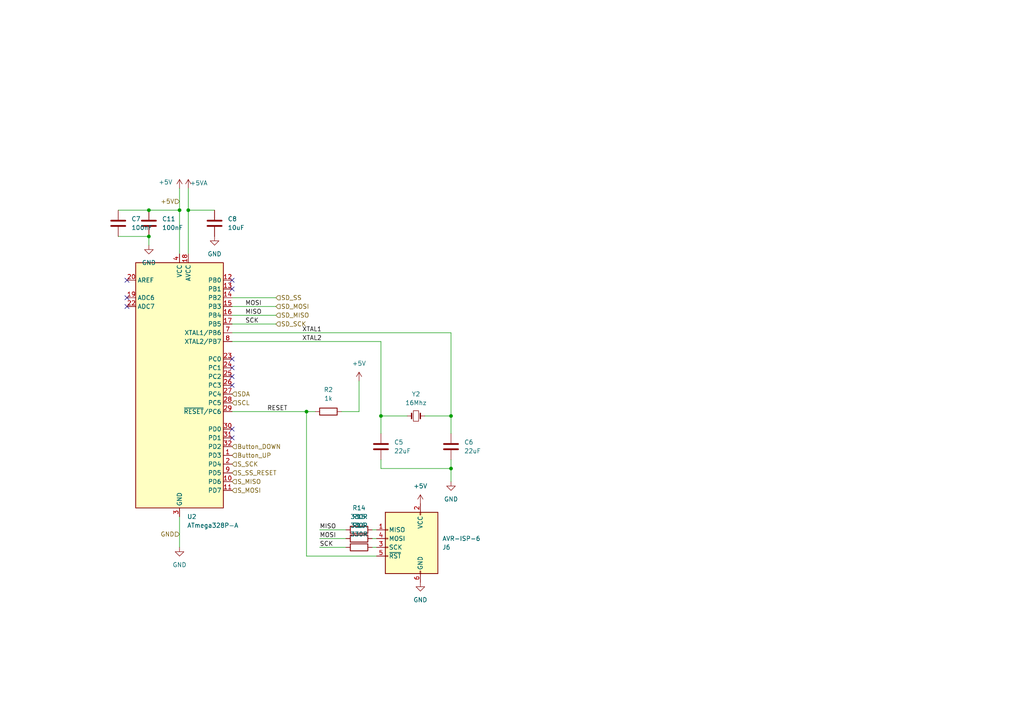
<source format=kicad_sch>
(kicad_sch (version 20231120) (generator "eeschema") (generator_version "8.0")
  (paper "A4")
  (lib_symbols
    (symbol "Connector:AVR-ISP-6" (pin_names (offset 1.016))
      (property "Reference" "J" (at -6.35 11.43 0))
      (property "Value" "AVR-ISP-6" (at 0 11.43 0))
      (symbol "AVR-ISP-6_0_1"
        (rectangle (start -2.667 -6.858) (end -2.413 -7.62))
        (rectangle (start -2.667 10.16) (end -2.413 9.398))
        (rectangle (start 7.62 -2.413) (end 6.858 -2.667))
        (rectangle (start 7.62 0.127) (end 6.858 -0.127))
        (rectangle (start 7.62 2.667) (end 6.858 2.413))
        (rectangle (start 7.62 5.207) (end 6.858 4.953))
        (rectangle (start 7.62 10.16) (end -7.62 -7.62) (stroke (width 0.254)) (fill (type background)))
      )
      (symbol "AVR-ISP-6_1_1"
        (pin passive line (at 10.16 5.08 180) (length 2.54) (name "MISO") (number "1"))
        (pin passive line (at -2.54 12.7 270) (length 2.54) (name "VCC") (number "2"))
        (pin passive line (at 10.16 0 180) (length 2.54) (name "SCK") (number "3"))
        (pin passive line (at 10.16 2.54 180) (length 2.54) (name "MOSI") (number "4"))
        (pin passive line (at 10.16 -2.54 180) (length 2.54) (name "~{RST}") (number "5"))
        (pin passive line (at -2.54 -10.16 90) (length 2.54) (name "GND") (number "6"))
      )
    )
    (symbol "Device:C" (pin_numbers hide) (pin_names (offset 0.254))
      (property "Reference" "C" (at 0.635 2.54 0))
      (property "Value" "C" (at 0.635 -2.54 0))
      (symbol "C_0_1"
        (polyline (pts (xy -2.032 -0.762) (xy 2.032 -0.762)) (stroke (width 0.508)))
        (polyline (pts (xy -2.032 0.762) (xy 2.032 0.762)) (stroke (width 0.508)))
      )
      (symbol "C_1_1"
        (pin passive line (at 0 3.81 270) (length 2.794) (name "~") (number "1"))
        (pin passive line (at 0 -3.81 90) (length 2.794) (name "~") (number "2"))
      )
    )
    (symbol "Device:Crystal_Small" (pin_numbers hide) (pin_names (offset 1.016) hide)
      (property "Reference" "Y" (at 0 2.54 0))
      (property "Value" "Crystal_Small" (at 0 -2.54 0))
      (symbol "Crystal_Small_0_1"
        (rectangle (start -0.762 -1.524) (end 0.762 1.524))
        (polyline (pts (xy -1.27 -0.762) (xy -1.27 0.762)) (stroke (width 0.381)))
        (polyline (pts (xy 1.27 -0.762) (xy 1.27 0.762)) (stroke (width 0.381)))
      )
      (symbol "Crystal_Small_1_1"
        (pin passive line (at -2.54 0 0) (length 1.27) (name "1") (number "1"))
        (pin passive line (at 2.54 0 180) (length 1.27) (name "2") (number "2"))
      )
    )
    (symbol "Device:R" (pin_numbers hide) (pin_names (offset 0))
      (property "Reference" "R" (at 2.032 0 90))
      (property "Value" "R" (at 0 0 90))
      (symbol "R_0_1"
        (rectangle (start -1.016 -2.54) (end 1.016 2.54) (stroke (width 0.254)))
      )
      (symbol "R_1_1"
        (pin passive line (at 0 3.81 270) (length 1.27) (name "~") (number "1"))
        (pin passive line (at 0 -3.81 90) (length 1.27) (name "~") (number "2"))
      )
    )
    (symbol "MCU_Microchip_ATmega:ATmega328P-A"
      (property "Reference" "U" (at -12.7 36.83 0))
      (property "Value" "ATmega328P-A" (at 2.54 -36.83 0))
      (symbol "ATmega328P-A_0_1"
        (rectangle (start -12.7 -35.56) (end 12.7 35.56) (stroke (width 0.254)) (fill (type background)))
      )
      (symbol "ATmega328P-A_1_1"
        (pin bidirectional line (at 15.24 -20.32 180) (length 2.54) (name "PD3") (number "1"))
        (pin bidirectional line (at 15.24 -27.94 180) (length 2.54) (name "PD6") (number "10"))
        (pin bidirectional line (at 15.24 -30.48 180) (length 2.54) (name "PD7") (number "11"))
        (pin bidirectional line (at 15.24 30.48 180) (length 2.54) (name "PB0") (number "12"))
        (pin bidirectional line (at 15.24 27.94 180) (length 2.54) (name "PB1") (number "13"))
        (pin bidirectional line (at 15.24 25.4 180) (length 2.54) (name "PB2") (number "14"))
        (pin bidirectional line (at 15.24 22.86 180) (length 2.54) (name "PB3") (number "15"))
        (pin bidirectional line (at 15.24 20.32 180) (length 2.54) (name "PB4") (number "16"))
        (pin bidirectional line (at 15.24 17.78 180) (length 2.54) (name "PB5") (number "17"))
        (pin power_in line (at 2.54 38.1 270) (length 2.54) (name "AVCC") (number "18"))
        (pin input line (at -15.24 25.4 0) (length 2.54) (name "ADC6") (number "19"))
        (pin bidirectional line (at 15.24 -22.86 180) (length 2.54) (name "PD4") (number "2"))
        (pin passive line (at -15.24 30.48 0) (length 2.54) (name "AREF") (number "20"))
        (pin passive line (at 0 -38.1 90) (length 2.54) hide (name "GND") (number "21"))
        (pin input line (at -15.24 22.86 0) (length 2.54) (name "ADC7") (number "22"))
        (pin bidirectional line (at 15.24 7.62 180) (length 2.54) (name "PC0") (number "23"))
        (pin bidirectional line (at 15.24 5.08 180) (length 2.54) (name "PC1") (number "24"))
        (pin bidirectional line (at 15.24 2.54 180) (length 2.54) (name "PC2") (number "25"))
        (pin bidirectional line (at 15.24 0 180) (length 2.54) (name "PC3") (number "26"))
        (pin bidirectional line (at 15.24 -2.54 180) (length 2.54) (name "PC4") (number "27"))
        (pin bidirectional line (at 15.24 -5.08 180) (length 2.54) (name "PC5") (number "28"))
        (pin bidirectional line (at 15.24 -7.62 180) (length 2.54) (name "~{RESET}/PC6") (number "29"))
        (pin power_in line (at 0 -38.1 90) (length 2.54) (name "GND") (number "3"))
        (pin bidirectional line (at 15.24 -12.7 180) (length 2.54) (name "PD0") (number "30"))
        (pin bidirectional line (at 15.24 -15.24 180) (length 2.54) (name "PD1") (number "31"))
        (pin bidirectional line (at 15.24 -17.78 180) (length 2.54) (name "PD2") (number "32"))
        (pin power_in line (at 0 38.1 270) (length 2.54) (name "VCC") (number "4"))
        (pin passive line (at 0 -38.1 90) (length 2.54) hide (name "GND") (number "5"))
        (pin passive line (at 0 38.1 270) (length 2.54) hide (name "VCC") (number "6"))
        (pin bidirectional line (at 15.24 15.24 180) (length 2.54) (name "XTAL1/PB6") (number "7"))
        (pin bidirectional line (at 15.24 12.7 180) (length 2.54) (name "XTAL2/PB7") (number "8"))
        (pin bidirectional line (at 15.24 -25.4 180) (length 2.54) (name "PD5") (number "9"))
      )
    )
    (symbol "power:+5V" (power) (pin_names (offset 0))
      (property "Value" "+5V" (at 0 3.556 0))
      (symbol "+5V_0_1"
        (polyline (pts (xy -0.762 1.27) (xy 0 2.54)))
        (polyline (pts (xy 0 0) (xy 0 2.54)))
        (polyline (pts (xy 0 2.54) (xy 0.762 1.27)))
      )
      (symbol "+5V_1_1"
        (pin power_in line (at 0 0 90) (length 0) hide (name "+5V") (number "1"))
      )
    )
    (symbol "power:+5VA" (power) (pin_names (offset 0))
      (property "Value" "+5VA" (at 0 3.556 0))
      (symbol "+5VA_0_1"
        (polyline (pts (xy -0.762 1.27) (xy 0 2.54)))
        (polyline (pts (xy 0 0) (xy 0 2.54)))
        (polyline (pts (xy 0 2.54) (xy 0.762 1.27)))
      )
      (symbol "+5VA_1_1"
        (pin power_in line (at 0 0 90) (length 0) hide (name "+5VA") (number "1"))
      )
    )
    (symbol "power:GND" (power) (pin_names (offset 0))
      (property "Value" "GND" (at 0 -3.81 0))
      (symbol "GND_0_1"
        (polyline (pts (xy 0 0) (xy 0 -1.27) (xy 1.27 -1.27) (xy 0 -2.54) (xy -1.27 -1.27) (xy 0 -1.27)))
      )
      (symbol "GND_1_1"
        (pin power_in line (at 0 0 270) (length 0) hide (name "GND") (number "1"))
      )
    )
  )
  (junction (at 52.07 60.96))
  (junction (at 110.49 120.65))
  (junction (at 130.81 120.65))
  (junction (at 54.61 60.96))
  (junction (at 43.18 60.96))
  (junction (at 43.18 68.58))
  (junction (at 130.81 135.89))
  (junction (at 88.9 119.38))
  (no_connect (at 36.83 88.9))
  (no_connect (at 67.31 83.82))
  (no_connect (at 36.83 86.36))
  (no_connect (at 67.31 106.68))
  (no_connect (at 67.31 81.28))
  (no_connect (at 36.83 81.28))
  (no_connect (at 67.31 109.22))
  (no_connect (at 67.31 111.76))
  (no_connect (at 67.31 104.14))
  (no_connect (at 67.31 124.46))
  (no_connect (at 67.31 127))
  (wire (pts (xy 67.31 99.06) (xy 110.49 99.06)))
  (wire (pts (xy 107.95 158.75) (xy 109.22 158.75)))
  (wire (pts (xy 80.01 86.36) (xy 67.31 86.36)))
  (wire (pts (xy 104.14 110.49) (xy 104.14 119.38)))
  (wire (pts (xy 92.71 156.21) (xy 100.33 156.21)))
  (wire (pts (xy 88.9 119.38) (xy 88.9 161.29)))
  (wire (pts (xy 52.07 60.96) (xy 52.07 73.66)))
  (wire (pts (xy 67.31 119.38) (xy 88.9 119.38)))
  (wire (pts (xy 80.01 93.98) (xy 67.31 93.98)))
  (wire (pts (xy 43.18 60.96) (xy 52.07 60.96)))
  (wire (pts (xy 107.95 153.67) (xy 109.22 153.67)))
  (wire (pts (xy 67.31 96.52) (xy 130.81 96.52)))
  (wire (pts (xy 92.71 153.67) (xy 100.33 153.67)))
  (wire (pts (xy 92.71 158.75) (xy 100.33 158.75)))
  (wire (pts (xy 54.61 60.96) (xy 62.23 60.96)))
  (wire (pts (xy 107.95 156.21) (xy 109.22 156.21)))
  (wire (pts (xy 34.29 60.96) (xy 43.18 60.96)))
  (wire (pts (xy 130.81 133.35) (xy 130.81 135.89)))
  (wire (pts (xy 130.81 96.52) (xy 130.81 120.65)))
  (wire (pts (xy 52.07 149.86) (xy 52.07 158.75)))
  (wire (pts (xy 54.61 60.96) (xy 54.61 73.66)))
  (wire (pts (xy 54.61 54.61) (xy 54.61 60.96)))
  (wire (pts (xy 110.49 120.65) (xy 110.49 125.73)))
  (wire (pts (xy 34.29 68.58) (xy 43.18 68.58)))
  (wire (pts (xy 80.01 88.9) (xy 67.31 88.9)))
  (wire (pts (xy 110.49 99.06) (xy 110.49 120.65)))
  (wire (pts (xy 110.49 133.35) (xy 110.49 135.89)))
  (wire (pts (xy 110.49 135.89) (xy 130.81 135.89)))
  (wire (pts (xy 130.81 135.89) (xy 130.81 139.7)))
  (wire (pts (xy 109.22 161.29) (xy 88.9 161.29)))
  (wire (pts (xy 80.01 91.44) (xy 67.31 91.44)))
  (wire (pts (xy 104.14 119.38) (xy 99.06 119.38)))
  (wire (pts (xy 43.18 71.12) (xy 43.18 68.58)))
  (wire (pts (xy 130.81 120.65) (xy 130.81 125.73)))
  (wire (pts (xy 110.49 120.65) (xy 118.11 120.65)))
  (wire (pts (xy 52.07 54.61) (xy 52.07 60.96)))
  (wire (pts (xy 88.9 119.38) (xy 91.44 119.38)))
  (wire (pts (xy 123.19 120.65) (xy 130.81 120.65)))
  (label "SCK" (at 71.12 93.98 0))
  (label "MOSI" (at 92.71 156.21 0))
  (label "SCK" (at 92.71 158.75 0))
  (label "MISO" (at 92.71 153.67 0))
  (label "XTAL1" (at 87.63 96.52 0))
  (label "MOSI" (at 71.12 88.9 0))
  (label "RESET" (at 77.47 119.38 0))
  (label "XTAL2" (at 87.63 99.06 0))
  (label "MISO" (at 71.12 91.44 0))
  (hierarchical_label "Button_UP" (shape input) (at 67.31 132.08 0))
  (hierarchical_label "S_MOSI" (shape input) (at 67.31 142.24 0))
  (hierarchical_label "SCL" (shape input) (at 67.31 116.84 0))
  (hierarchical_label "SDA" (shape input) (at 67.31 114.3 0))
  (hierarchical_label "S_SS_RESET" (shape input) (at 67.31 137.16 0))
  (hierarchical_label "SD_SCK" (shape input) (at 80.01 93.98 0))
  (hierarchical_label "SD_MOSI" (shape input) (at 80.01 88.9 0))
  (hierarchical_label "SD_MISO" (shape input) (at 80.01 91.44 0))
  (hierarchical_label "SD_SS" (shape input) (at 80.01 86.36 0))
  (hierarchical_label "S_SCK" (shape input) (at 67.31 134.62 0))
  (hierarchical_label "S_MISO" (shape input) (at 67.31 139.7 0))
  (hierarchical_label "Button_DOWN" (shape input) (at 67.31 129.54 0))
  (hierarchical_label "+5V" (shape input) (at 52.07 58.42 180))
  (hierarchical_label "GND" (shape input) (at 52.07 154.94 180))
  (symbol (lib_id "Device:R") (at 104.14 158.75 90) (unit 1)
    (property "Reference" "R16" (at 104.14 152.4 90))
    (property "Value" "330R" (at 104.14 154.94 90))
    (property "Footprint" "Resistor_SMD:R_0603_1608Metric" (effects (hide yes)))
    (property "Description" "Resistor" (effects (hide yes)))
  )
  (symbol (lib_id "Device:R") (at 95.25 119.38 90) (unit 1)
    (property "Reference" "R2" (at 95.25 113.03 90))
    (property "Value" "1k" (at 95.25 115.57 90))
    (property "Footprint" "Resistor_SMD:R_0603_1608Metric" (effects (hide yes)))
    (property "Description" "Resistor" (effects (hide yes)))
  )
  (symbol (lib_id "Device:C") (at 34.29 64.77 0) (unit 1)
    (property "Reference" "C7" (at 38.1 63.4999 0) (effects (justify left)))
    (property "Value" "100nF" (at 38.1 66.0399 0) (effects (justify left)))
    (property "Footprint" "Capacitor_SMD:C_0603_1608Metric" (effects (hide yes)))
    (property "Description" "Unpolarized capacitor" (effects (hide yes)))
  )
  (symbol (lib_id "Device:R") (at 104.14 156.21 90) (unit 1)
    (property "Reference" "R15" (at 104.14 149.86 90))
    (property "Value" "330R" (at 104.14 152.4 90))
    (property "Footprint" "Resistor_SMD:R_0603_1608Metric" (effects (hide yes)))
    (property "Description" "Resistor" (effects (hide yes)))
  )
  (symbol (lib_id "Device:C") (at 43.18 64.77 0) (unit 1)
    (property "Reference" "C11" (at 46.99 63.4999 0) (effects (justify left)))
    (property "Value" "100nF" (at 46.99 66.0399 0) (effects (justify left)))
    (property "Footprint" "Capacitor_SMD:C_0603_1608Metric" (effects (hide yes)))
    (property "Description" "Unpolarized capacitor" (effects (hide yes)))
  )
  (symbol (lib_id "Device:C") (at 110.49 129.54 0) (unit 1)
    (property "Reference" "C5" (at 114.3 128.2699 0) (effects (justify left)))
    (property "Value" "22uF" (at 114.3 130.8099 0) (effects (justify left)))
    (property "Footprint" "Capacitor_SMD:C_0805_2012Metric" (effects (hide yes)))
    (property "Description" "Unpolarized capacitor" (effects (hide yes)))
  )
  (symbol (lib_id "Device:C") (at 130.81 129.54 0) (unit 1)
    (property "Reference" "C6" (at 134.62 128.2699 0) (effects (justify left)))
    (property "Value" "22uF" (at 134.62 130.8099 0) (effects (justify left)))
    (property "Footprint" "Capacitor_SMD:C_0805_2012Metric" (effects (hide yes)))
    (property "Description" "Unpolarized capacitor" (effects (hide yes)))
  )
  (symbol (lib_id "power:+5VA") (at 54.61 54.61 0) (unit 1)
    (property "Reference" "#PWR025" (effects (hide yes)))
    (property "Value" "+5VA" (at 57.658 53.086 0))
    (property "Description" "Power symbol creates a global label with name \"+5VA\"" (effects (hide yes)))
  )
  (symbol (lib_id "Device:R") (at 104.14 153.67 90) (unit 1)
    (property "Reference" "R14" (at 104.14 147.32 90))
    (property "Value" "330R" (at 104.14 149.86 90))
    (property "Footprint" "Resistor_SMD:R_0603_1608Metric" (effects (hide yes)))
    (property "Description" "Resistor" (effects (hide yes)))
  )
  (symbol (lib_id "power:GND") (at 43.18 71.12 0) (unit 1)
    (property "Reference" "#PWR033" (effects (hide yes)))
    (property "Value" "GND" (at 43.18 76.2 0))
    (property "Description" "Power symbol creates a global label with name \"GND\" , ground" (effects (hide yes)))
  )
  (symbol (lib_id "power:+5V") (at 104.14 110.49 0) (unit 1)
    (property "Reference" "#PWR010" (effects (hide yes)))
    (property "Value" "+5V" (at 104.14 105.41 0))
    (property "Description" "Power symbol creates a global label with name \"+5V\"" (effects (hide yes)))
  )
  (symbol (lib_id "power:GND") (at 121.92 168.91 0) (unit 1)
    (property "Reference" "#PWR031" (effects (hide yes)))
    (property "Value" "GND" (at 121.92 173.99 0))
    (property "Description" "Power symbol creates a global label with name \"GND\" , ground" (effects (hide yes)))
  )
  (symbol (lib_id "power:+5V") (at 121.92 146.05 0) (unit 1)
    (property "Reference" "#PWR030" (effects (hide yes)))
    (property "Value" "+5V" (at 121.92 140.97 0))
    (property "Description" "Power symbol creates a global label with name \"+5V\"" (effects (hide yes)))
  )
  (symbol (lib_id "Device:C") (at 62.23 64.77 0) (unit 1)
    (property "Reference" "C8" (at 66.04 63.4999 0) (effects (justify left)))
    (property "Value" "10uF" (at 66.04 66.0399 0) (effects (justify left)))
    (property "Footprint" "Capacitor_SMD:C_0603_1608Metric" (effects (hide yes)))
    (property "Description" "Unpolarized capacitor" (effects (hide yes)))
  )
  (symbol (lib_id "power:GND") (at 130.81 139.7 0) (unit 1)
    (property "Reference" "#PWR06" (effects (hide yes)))
    (property "Value" "GND" (at 130.81 144.78 0))
    (property "Description" "Power symbol creates a global label with name \"GND\" , ground" (effects (hide yes)))
  )
  (symbol (lib_id "Device:Crystal_Small") (at 120.65 120.65 0) (unit 1)
    (property "Reference" "Y2" (at 120.65 114.3 0))
    (property "Value" "16Mhz" (at 120.65 116.84 0))
    (property "Footprint" "Crystal:Crystal_SMD_5032-2Pin_5.0x3.2mm" (effects (hide yes)))
    (property "Description" "Two pin crystal, small symbol" (effects (hide yes)))
  )
  (symbol (lib_id "power:GND") (at 62.23 68.58 0) (unit 1)
    (property "Reference" "#PWR09" (effects (hide yes)))
    (property "Value" "GND" (at 62.23 73.66 0))
    (property "Description" "Power symbol creates a global label with name \"GND\" , ground" (effects (hide yes)))
  )
  (symbol (lib_id "power:+5V") (at 52.07 54.61 0) (unit 1)
    (property "Reference" "#PWR08" (effects (hide yes)))
    (property "Value" "+5V" (at 48.006 52.832 0))
    (property "Description" "Power symbol creates a global label with name \"+5V\"" (effects (hide yes)))
  )
  (symbol (lib_id "Connector:AVR-ISP-6") (at 119.38 158.75 0) (mirror y) (unit 1)
    (property "Reference" "J6" (at 128.27 158.7501 0) (effects (justify right)))
    (property "Value" "AVR-ISP-6" (at 128.27 156.2101 0) (effects (justify right)))
    (property "Footprint" "Connector_PinHeader_2.54mm:PinHeader_2x03_P2.54mm_Vertical" (effects (hide yes)))
    (property "Datasheet" " ~" (effects (hide yes)))
    (property "Description" "Atmel 6-pin ISP connector" (effects (hide yes)))
  )
  (symbol (lib_id "power:GND") (at 52.07 158.75 0) (unit 1)
    (property "Reference" "#PWR028" (effects (hide yes)))
    (property "Value" "GND" (at 52.07 163.83 0))
    (property "Description" "Power symbol creates a global label with name \"GND\" , ground" (effects (hide yes)))
  )
  (symbol (lib_id "MCU_Microchip_ATmega:ATmega328P-A") (at 52.07 111.76 0) (unit 1)
    (property "Reference" "U2" (at 54.2641 149.86 0) (effects (justify left)))
    (property "Value" "ATmega328P-A" (at 54.2641 152.4 0) (effects (justify left)))
    (property "Footprint" "Package_QFP:TQFP-32_7x7mm_P0.8mm" (effects (hide yes)))
    (property "Datasheet" "http://ww1.microchip.com/downloads/en/DeviceDoc/ATmega328_P%20AVR%20MCU%20with%20picoPower%20Technology%20Data%20Sheet%2040001984A.pdf" (effects (hide yes)))
    (property "Description" "20MHz, 32kB Flash, 2kB SRAM, 1kB EEPROM, TQFP-32" (effects (hide yes)))
  )
)
</source>
